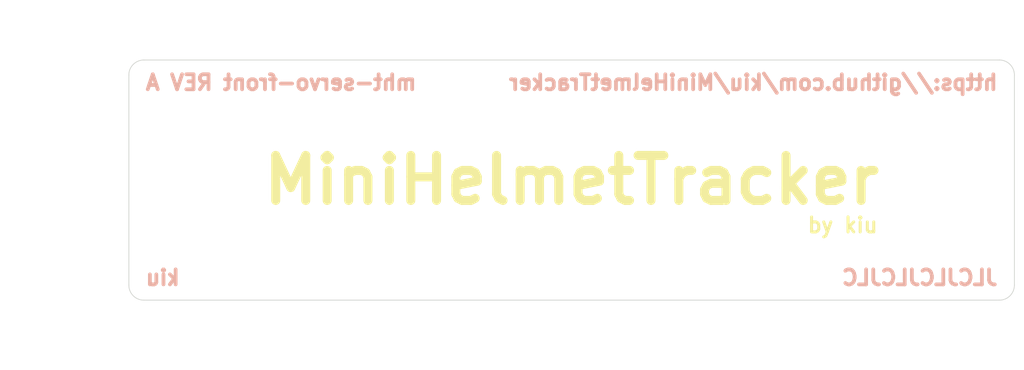
<source format=kicad_pcb>
(kicad_pcb (version 20211014) (generator pcbnew)
  (layers (0 "F.Cu" signal) (31 "B.Cu" signal) (34 "B.Paste" user) (35 "F.Paste" user) (36 "B.SilkS" user "B.Silkscreen") (37 "F.SilkS" user "F.Silkscreen") (38 "B.Mask" user) (39 "F.Mask" user) (44 "Edge.Cuts" user))
  (net 0 "")
  (footprint "Mounting_Holes:MountingHole_3.2mm_M3" (layer "F.Cu") (at 182.5 103)
    (fp_text reference "H2" hide)
    (fp_text value "MountingHole")
    (pad "" np_thru_hole circle locked (at 0 0) (size 3.2 3.2) (drill 3.2) (layers *.Cu *.Mask))
  )
  (footprint "Mounting_Holes:MountingHole_3.2mm_M3" (layer "F.Cu") (at 132.5 103)
    (fp_text reference "H1" hide)
    (fp_text value "MountingHole")
    (pad "" np_thru_hole circle locked (at 0 0) (size 3.2 3.2) (drill 3.2) (layers *.Cu *.Mask))
  )
  (gr_line (start 185.999998 95.000001) (end 129.000002 95.000001) (layer "Edge.Cuts") (width 0.05))
  (gr_line (start 128.000002 96.000001) (end 128 110) (layer "Edge.Cuts") (width 0.05))
  (gr_line (start 129.000001 110.999999) (end 185.999999 110.999999) (layer "Edge.Cuts") (width 0.05))
  (gr_arc (start 185.999998 95.000001) (mid 186.707105 95.292894) (end 186.999998 96.000001) (layer "Edge.Cuts") (width 0.05))
  (gr_arc (start 186.999999 109.999999) (mid 186.707106 110.707106) (end 185.999999 110.999999) (layer "Edge.Cuts") (width 0.05))
  (gr_arc (start 128.000002 96.000001) (mid 128.292895 95.292894) (end 129.000002 95.000001) (layer "Edge.Cuts") (width 0.05))
  (gr_arc (start 129.000001 110.999999) (mid 128.292894 110.707106) (end 128.000001 109.999999) (layer "Edge.Cuts") (width 0.05))
  (gr_line (start 187 110) (end 186.999998 96.000001) (layer "Edge.Cuts") (width 0.05))
  (gr_text "JLCJLCJLCJLC" (at 186 109.5) (layer "B.SilkS") (effects (font (size 1 1) (thickness 0.25)) (justify left mirror)))
  (gr_text "kiu" (at 129 109.5) (layer "B.SilkS") (effects (font (size 1 1) (thickness 0.25)) (justify right mirror)))
  (gr_text "https://github.com/kiu/MiniHelmetTracker" (at 186 96.5) (layer "B.SilkS") (effects (font (size 1 1) (thickness 0.25)) (justify left mirror)))
  (gr_text "mht-servo-front REV A" (at 129 96.5) (layer "B.SilkS") (effects (font (size 1 1) (thickness 0.25)) (justify right mirror)))
  (gr_text "MiniHelmetTracker" (at 157.5 103) (layer "F.SilkS") (effects (font (size 3 3) (thickness 0.6))))
  (gr_text "by kiu" (at 178 106) (layer "F.SilkS") (effects (font (size 1 1) (thickness 0.2)) (justify right)))
)
</source>
